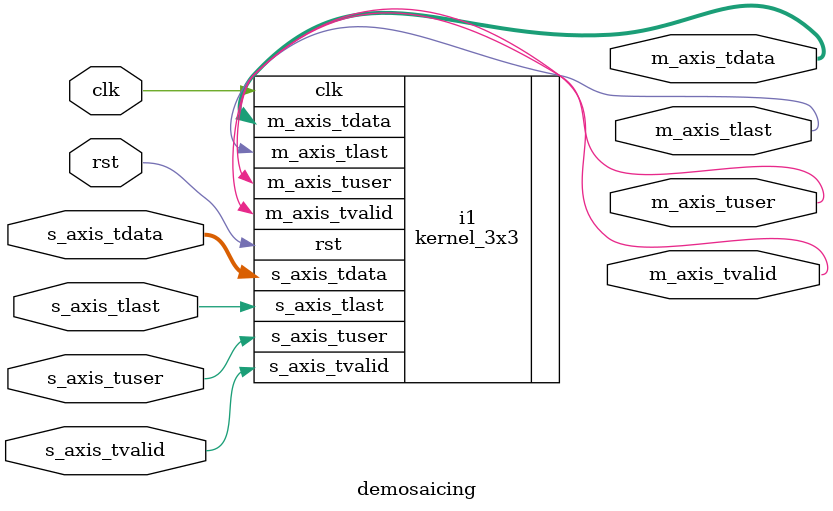
<source format=v>


module demosaicing
#(
parameter Nrows = 349,
parameter Ncol  = 349) //  amount of lines in the frame
(
    input clk,
    input rst,
// slave axi stream interface   
    input s_axis_tvalid,
    input s_axis_tuser,
    input s_axis_tlast,
    input [8 - 1 : 0] s_axis_tdata,
// master axi stream interface    
    output m_axis_tvalid,
    output m_axis_tuser,
    output m_axis_tlast,
    output [23 : 0] m_axis_tdata
    );
    
  
	  kernel_3x3 #(Nrows, Ncol)  i1 (.clk(clk),.rst(rst),.s_axis_tvalid(s_axis_tvalid),.s_axis_tuser(s_axis_tuser),.s_axis_tlast(s_axis_tlast),
	       .s_axis_tdata(s_axis_tdata),  .m_axis_tvalid(m_axis_tvalid),.m_axis_tuser(m_axis_tuser),
			 .m_axis_tlast(m_axis_tlast),.m_axis_tdata(m_axis_tdata)); 
			
endmodule

</source>
